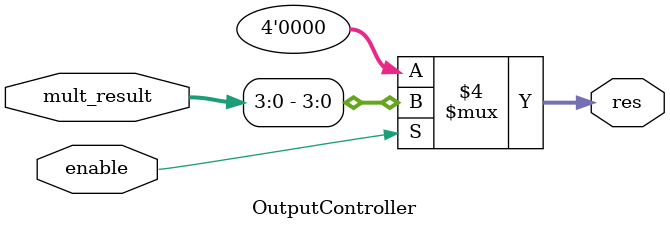
<source format=sv>
module Gated_AND(
    input enable,
    input [3:0] vec_a, vec_b,
    output [3:0] res
);
    wire [7:0] mult_result;
    
    // 实例化乘法器子模块
    Multiplier multiplier_inst (
        .vec_a(vec_a),
        .vec_b(vec_b),
        .mult_result(mult_result)
    );
    
    // 实例化输出控制子模块
    OutputController output_ctrl_inst (
        .enable(enable),
        .mult_result(mult_result),
        .res(res)
    );
    
endmodule

// 乘法器子模块 - 负责执行乘法操作
module Multiplier(
    input [3:0] vec_a, vec_b,
    output reg [7:0] mult_result
);
    integer i;
    
    always @(*) begin
        mult_result = 8'b0;
        for (i = 0; i < 4; i = i + 1) begin
            if (vec_b[i]) begin
                mult_result = mult_result + (vec_a << i);
            end
        end
    end
endmodule

// 输出控制子模块 - 根据enable信号控制输出
module OutputController(
    input enable,
    input [7:0] mult_result,
    output reg [3:0] res
);
    always @(*) begin
        if (enable) begin
            res = mult_result[3:0];
        end else begin
            res = 4'b0000;
        end
    end
endmodule
</source>
